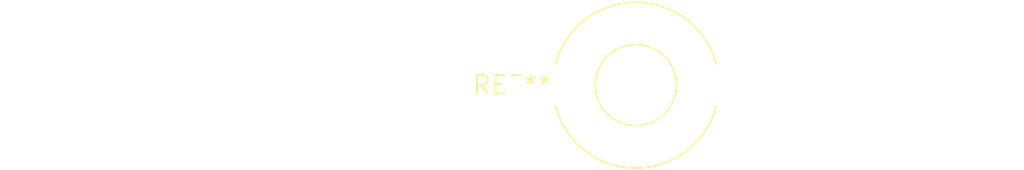
<source format=kicad_pcb>
(kicad_pcb (version 20240108) (generator pcbnew)
  (layers (0 "F.Cu" signal) (31 "B.Cu" signal) (34 "B.Paste" user) (35 "F.Paste" user) (36 "B.SilkS" user "B.Silkscreen") (37 "F.SilkS" user "F.Silkscreen") (38 "B.Mask" user) (39 "F.Mask" user) (44 "Edge.Cuts" user))
  (net 0 "")
  (footprint "L_Toroid_Horizontal_D11.2mm_P17.00mm_Diameter12-5mm_Amidon-T44" (layer "F.Cu") (at 0 0)
    (property "Reference" "REF**")
    (property "Value" "L_Toroid_Horizontal_D11.2mm_P17.00mm_Diameter12-5mm_Amidon-T44")
    (fp_arc (start 2.981879 -1.46) (mid 8.5 -5.708) (end 14.018121 -1.46) (layer "F.SilkS") (stroke (width 0.12)))
    (fp_arc (start 14.018121 1.46) (mid 8.5 5.708) (end 2.981879 1.46) (layer "F.SilkS") (stroke (width 0.12)))
    (fp_circle (center 8.5 0) (end 11.2883 0) (layer "F.SilkS") (stroke (width 0.12)) (fill none))
    (pad "1" thru_hole circle (at 0 0) (size 2.4 2.4) (drill 1.2) (layers *.Cu *.Mask) (remove_unused_layers))
    (pad "2" thru_hole circle (at 17 0) (size 2.4 2.4) (drill 1.2) (layers *.Cu *.Mask) (remove_unused_layers))
  )
)
</source>
